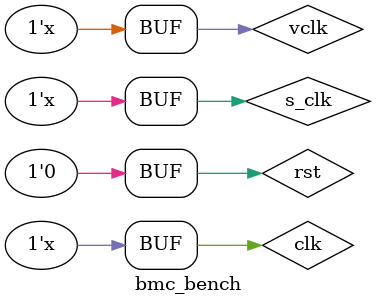
<source format=v>
module bmc_bench();

reg vclk;
reg clk;
reg s_clk;
reg rst;
wire m_cyc;
wire [31:0] m_adr;
wire [23:0] rgbo;
wire hsync,vsync;

initial begin
	vclk = 0;
	clk = 0;
	s_clk = 0;
	rst = 0;
	#10 rst = 1;
	#50 rst = 0;
end

always #12.5 vclk = ~vclk;
always #10 clk = ~clk;
always #30 s_clk = ~s_clk;

WXGASyncGen1366x768_60Hz usync
(
	.rst(rst),
	.clk(vclk),
	.hSync(hsync),
	.vSync(vsync),
	.blank(blank),
	.border(),
	.eol(),
	.eof()
);

rtfBitmapController5 ubmc
(
	.rst_i(rst),
	.s_clk_i(s_clk),
	.s_cyc_i(),
	.s_stb_i(),
	.s_ack_o(),
	.s_we_i(),
	.s_adr_i(),
	.s_dat_i(),
	.s_dat_o(),
	.irq_o(),
	
	.m_clk_i(clk),
	.m_bte_o(),
	.m_cti_o(),
	.m_cyc_o(m_cyc),
	.m_stb_o(),
	.m_ack_i(m_cyc),
	.m_we_o(),
	.m_sel_o(),
	.m_adr_o(m_adr),
	.m_dat_i({4{m_adr}}),
	.m_dat_o(),
	
	.vclk(vclk),
	.hsync(hsync),
	.vsync(vsync),
	.blank(blank),
	.rgbo(rgbo),
	.xonoff(1'b1)
);

endmodule

</source>
